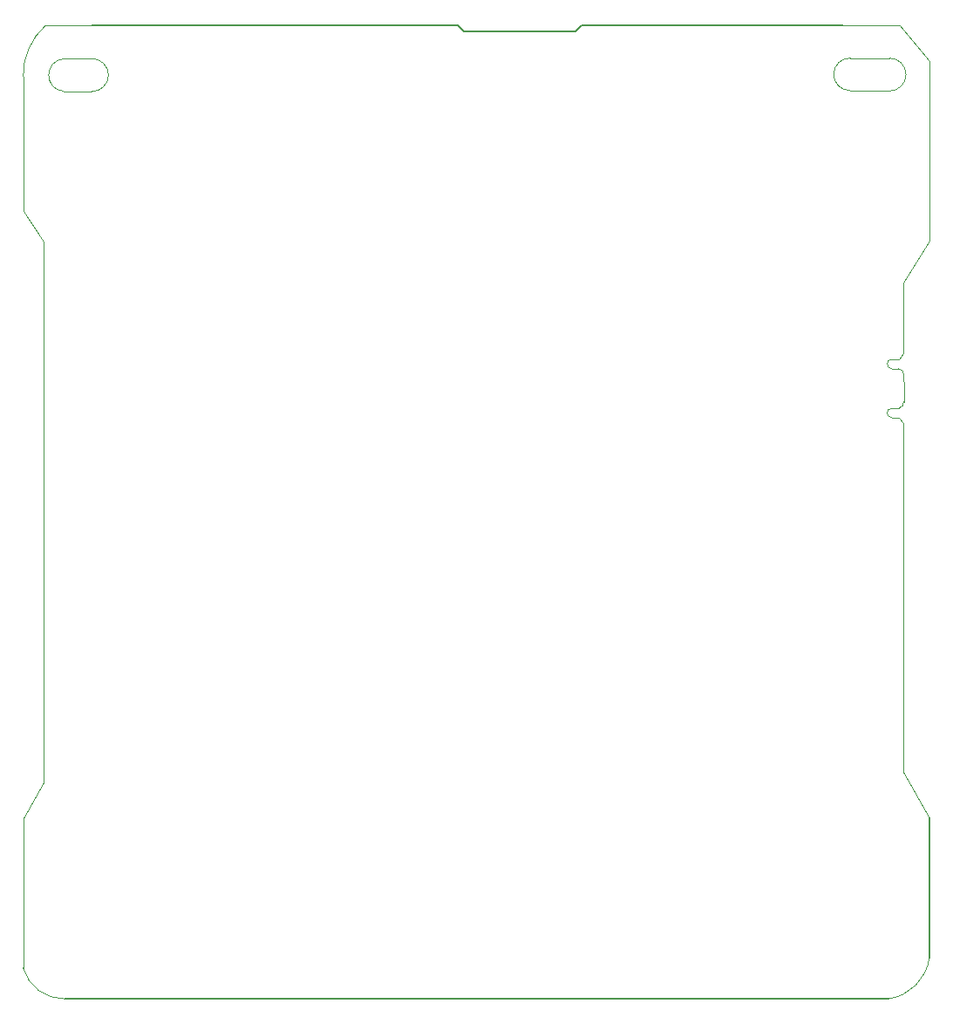
<source format=gbr>
%TF.GenerationSoftware,KiCad,Pcbnew,7.0.1*%
%TF.CreationDate,2024-01-14T15:51:55-07:00*%
%TF.ProjectId,Battery_Board_V3a,42617474-6572-4795-9f42-6f6172645f56,rev?*%
%TF.SameCoordinates,Original*%
%TF.FileFunction,Profile,NP*%
%FSLAX46Y46*%
G04 Gerber Fmt 4.6, Leading zero omitted, Abs format (unit mm)*
G04 Created by KiCad (PCBNEW 7.0.1) date 2024-01-14 15:51:55*
%MOMM*%
%LPD*%
G01*
G04 APERTURE LIST*
%TA.AperFunction,Profile*%
%ADD10C,0.100000*%
%TD*%
%TA.AperFunction,Profile*%
%ADD11C,0.150000*%
%TD*%
%TA.AperFunction,Profile*%
%ADD12C,0.010000*%
%TD*%
G04 APERTURE END LIST*
D10*
X190158162Y-40989322D02*
X195598162Y-41004322D01*
X196000000Y-81147500D02*
X196000000Y-113500000D01*
D11*
X117133162Y-40989322D02*
X120308162Y-40989322D01*
D10*
X198500000Y-118000000D02*
X196000000Y-113500000D01*
X112663519Y-41014844D02*
G75*
G03*
X110500000Y-46000000I4325291J-4839196D01*
G01*
D11*
X164123162Y-41624322D02*
X164758162Y-40989322D01*
D10*
X117173162Y-47429278D02*
G75*
G03*
X117173162Y-44229322I38J1599978D01*
G01*
X198500000Y-61944322D02*
X198500000Y-44500000D01*
X112663520Y-41014845D02*
X117133162Y-40989322D01*
X110500000Y-46000000D02*
X110500000Y-59000000D01*
D11*
X153328162Y-41624322D02*
X152693162Y-40989322D01*
X198500000Y-131500000D02*
X198500000Y-118000000D01*
D10*
X196000000Y-71347500D02*
X196000000Y-66000000D01*
X190773162Y-47329322D02*
X194623162Y-47379322D01*
X110500000Y-59000000D02*
X112500000Y-62000000D01*
X194500000Y-135500000D02*
G75*
G03*
X198500000Y-131500000I-618600J4618600D01*
G01*
D11*
X194500000Y-135500000D02*
X114500000Y-135500000D01*
D10*
X110500000Y-118000000D02*
X110500000Y-132500000D01*
X114472939Y-44255106D02*
X117173162Y-44229322D01*
X195598162Y-41004322D02*
X198500000Y-44500000D01*
D11*
X164758162Y-40989322D02*
X190158162Y-40989322D01*
D10*
X198500000Y-61944322D02*
X196000000Y-66000000D01*
X194623162Y-44179322D02*
X190823137Y-44180115D01*
D11*
X152693162Y-40989322D02*
X120308162Y-40989322D01*
D10*
X112500000Y-62000000D02*
X112500000Y-114500000D01*
X110499977Y-132500006D02*
G75*
G03*
X114500000Y-135500000I3939423J1085906D01*
G01*
X194623162Y-47379278D02*
G75*
G03*
X194623162Y-44179322I38J1599978D01*
G01*
X114472935Y-44255023D02*
G75*
G03*
X114422964Y-47404313I84165J-1576377D01*
G01*
X112500000Y-114500000D02*
X110500000Y-118000000D01*
X190823138Y-44180070D02*
G75*
G03*
X190773162Y-47329322I-49938J-1574230D01*
G01*
X114422964Y-47404313D02*
X117173162Y-47429322D01*
D11*
X164123162Y-41624322D02*
X153328162Y-41624322D01*
D12*
%TO.C,J24*%
X196000000Y-81147500D02*
X196000000Y-79647500D01*
X196000000Y-79647500D02*
X195500000Y-79072500D01*
X194850000Y-79072500D02*
X195500000Y-79072500D01*
X194850000Y-78172500D02*
X195500000Y-78172500D01*
X196004943Y-76246970D02*
X196004943Y-77546970D01*
X196004943Y-76246970D02*
X196000000Y-74947500D01*
X194850000Y-74322500D02*
X195500000Y-74322500D01*
X194850000Y-73422500D02*
X195500000Y-73422500D01*
X196000000Y-72847500D02*
X195500000Y-73422500D01*
X196000000Y-71347500D02*
X196000000Y-72847500D01*
X194850000Y-78172500D02*
G75*
G03*
X194850000Y-79072500I0J-450000D01*
G01*
X195500000Y-78172498D02*
G75*
G03*
X196004943Y-77546970I-59999J564998D01*
G01*
X194850000Y-73422500D02*
G75*
G03*
X194850000Y-74322500I0J-450000D01*
G01*
X196000002Y-74947500D02*
G75*
G03*
X195495057Y-74321972I-564942J60530D01*
G01*
%TD*%
M02*

</source>
